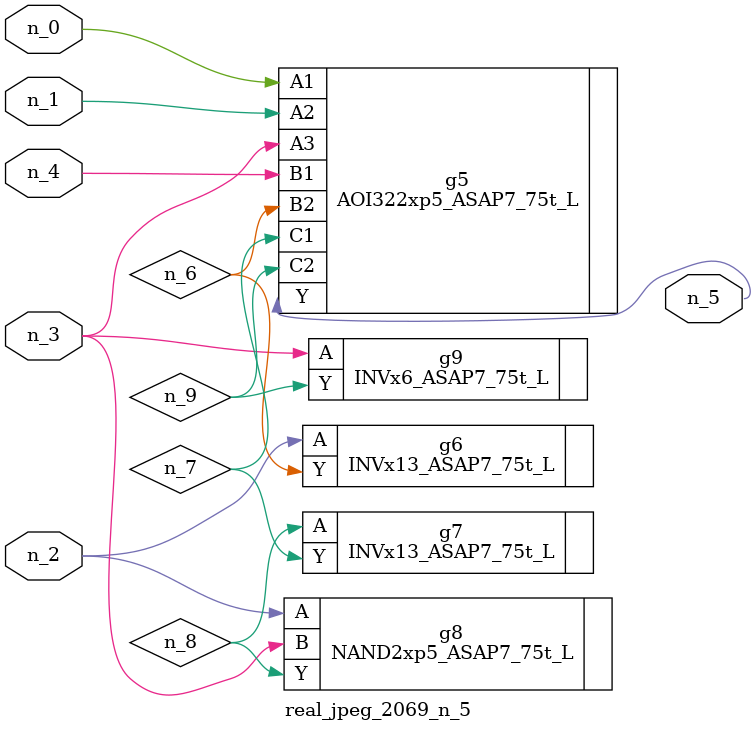
<source format=v>
module real_jpeg_2069_n_5 (n_4, n_0, n_1, n_2, n_3, n_5);

input n_4;
input n_0;
input n_1;
input n_2;
input n_3;

output n_5;

wire n_8;
wire n_6;
wire n_7;
wire n_9;

AOI322xp5_ASAP7_75t_L g5 ( 
.A1(n_0),
.A2(n_1),
.A3(n_3),
.B1(n_4),
.B2(n_6),
.C1(n_7),
.C2(n_9),
.Y(n_5)
);

INVx13_ASAP7_75t_L g6 ( 
.A(n_2),
.Y(n_6)
);

NAND2xp5_ASAP7_75t_L g8 ( 
.A(n_2),
.B(n_3),
.Y(n_8)
);

INVx6_ASAP7_75t_L g9 ( 
.A(n_3),
.Y(n_9)
);

INVx13_ASAP7_75t_L g7 ( 
.A(n_8),
.Y(n_7)
);


endmodule
</source>
